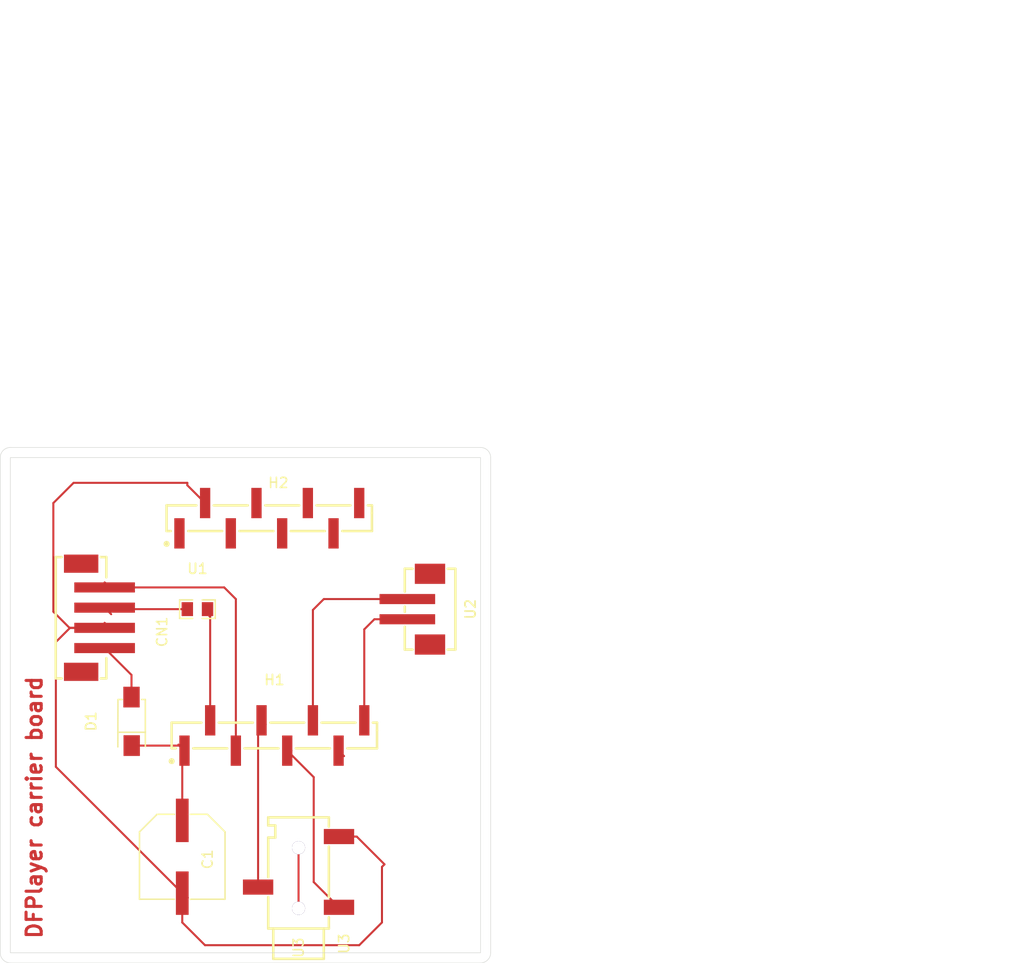
<source format=kicad_pcb>
(kicad_pcb (version 20241229) (generator "pcbnew") (generator_version "9.0")
  (layers (0 "F.Cu" signal) (2 "B.Cu" signal) (13 "F.Paste" user) (15 "B.Paste" user) (5 "F.SilkS" user "F.Silkscreen") (7 "B.SilkS" user "B.Silkscreen") (1 "F.Mask" user) (3 "B.Mask" user) (25 "Edge.Cuts" user))
  (net 0 "")
  (net 1 "_4")
  (net 2 "ADKEY_2")
  (net 3 "_6")
  (net 4 "ADKEY_1")
  (net 5 "_3")
  (net 6 "_5")
  (net 7 "IO_2")
  (net 8 "IO_1")
  (net 9 "BUSY")
  (net 10 "SPK_1")
  (net 11 "power_5v-VCC")
  (net 12 "df_header_left-VCC")
  (net 13 "TX")
  (net 14 "USB_M")
  (net 15 "USB_P")
  (net 16 "net")
  (net 17 "df_header_left-RX")
  (net 18 "footprint-RX")
  (net 19 "GND_1")
  (net 20 "DAC_R")
  (net 21 "DAC_L")
  (net 22 "SPK_2")
  (net 23 "GND")
  (footprint "hanxia_HX_PM2_54_1x8P_TP_H8_5_ZQ:HDR-SMD_8P-P2.54-V-F-LS4.7" (layer "F.Cu") (at 152.61 81)
    (property "Reference" "H2" (at 0.89 -3.5 0) (layer "F.SilkS"))
    (property "Value" "")
    (fp_line (start -10.16 -1.27) (end -7.22 -1.27) (stroke (width 0.25)) (layer "F.SilkS"))
    (fp_line (start -10.16 1.27) (end -10.16 -1.27) (stroke (width 0.25)) (layer "F.SilkS"))
    (fp_line (start -9.75 1.27) (end -10.16 1.27) (stroke (width 0.25)) (layer "F.SilkS"))
    (fp_line (start -5.49 -1.27) (end -2.13 -1.27) (stroke (width 0.25)) (layer "F.SilkS"))
    (fp_line (start -4.67 1.27) (end -8.02 1.27) (stroke (width 0.25)) (layer "F.SilkS"))
    (fp_line (start -0.4 -1.27) (end 2.95 -1.27) (stroke (width 0.25)) (layer "F.SilkS"))
    (fp_line (start 0.4 1.27) (end -2.95 1.27) (stroke (width 0.25)) (layer "F.SilkS"))
    (fp_line (start 4.67 -1.27) (end 8.02 -1.27) (stroke (width 0.25)) (layer "F.SilkS"))
    (fp_line (start 5.49 1.27) (end 2.13 1.27) (stroke (width 0.25)) (layer "F.SilkS"))
    (fp_line (start 7.22 1.27) (end 10.15 1.27) (stroke (width 0.25)) (layer "F.SilkS"))
    (fp_line (start 10.15 -1.27) (end 9.75 -1.27) (stroke (width 0.25)) (layer "F.SilkS"))
    (fp_line (start 10.15 -1.27) (end 10.15 -0.51) (stroke (width 0.25)) (layer "F.SilkS"))
    (fp_line (start 10.15 -0.51) (end 10.15 1.27) (stroke (width 0.25)) (layer "F.SilkS"))
    (fp_circle (center -10.16 2.54) (end -10.01 2.54) (stroke (width 0.3)) (fill no) (layer "F.SilkS"))
    (pad "1" smd rect (at -8.89 1.5 180) (size 1.02 3) (layers "F.Cu" "F.Mask" "F.Paste") (net 8 "IO_1"))
    (pad "2" smd rect (at -6.35 -1.5 180) (size 1.02 3) (layers "F.Cu" "F.Mask" "F.Paste") (net 23 "GND"))
    (pad "3" smd rect (at -3.81 1.5 180) (size 1.02 3) (layers "F.Cu" "F.Mask" "F.Paste") (net 7 "IO_2"))
    (pad "4" smd rect (at -1.27 -1.5 180) (size 1.02 3) (layers "F.Cu" "F.Mask" "F.Paste") (net 4 "ADKEY_1"))
    (pad "5" smd rect (at 1.27 1.5 180) (size 1.02 3) (layers "F.Cu" "F.Mask" "F.Paste") (net 2 "ADKEY_2"))
    (pad "6" smd rect (at 3.81 -1.5 180) (size 1.02 3) (layers "F.Cu" "F.Mask" "F.Paste") (net 15 "USB_P"))
    (pad "7" smd rect (at 6.35 1.5 180) (size 1.02 3) (layers "F.Cu" "F.Mask" "F.Paste") (net 14 "USB_M"))
    (pad "8" smd rect (at 8.89 -1.5 180) (size 1.02 3) (layers "F.Cu" "F.Mask" "F.Paste") (net 9 "BUSY"))
  )
  (footprint "JST_Sales_America_B4B_PH_SM4_TB_LF__SN:CONN-SMD_B4B-PH-SM4-TB-LF-SN" (layer "F.Cu") (at 135.16 90.85 -90)
    (property "Reference" "CN1" (at 1.4 -6.84 90) (layer "F.SilkS"))
    (property "Value" "")
    (fp_line (start -6 3.67) (end -6 3.09) (stroke (width 0.25)) (layer "F.SilkS"))
    (fp_line (start 6 3.67) (end -6 3.67) (stroke (width 0.25)) (layer "F.SilkS"))
    (fp_line (start 6 3.09) (end 6 3.67) (stroke (width 0.25)) (layer "F.SilkS"))
    (fp_line (start -6 -1.33) (end -6 -0.77) (stroke (width 0.25)) (layer "F.SilkS"))
    (fp_line (start -6 -1.33) (end -4 -1.33) (stroke (width 0.25)) (layer "F.SilkS"))
    (fp_line (start 4 -1.33) (end 6 -1.33) (stroke (width 0.25)) (layer "F.SilkS"))
    (fp_line (start 6 -1.33) (end 6 -0.77) (stroke (width 0.25)) (layer "F.SilkS"))
    (pad "1" smd rect (at 3 -1.16 90) (size 1 6) (layers "F.Cu" "F.Mask" "F.Paste") (net 11 "power_5v-VCC"))
    (pad "2" smd rect (at 1 -1.16 90) (size 1 6) (layers "F.Cu" "F.Mask" "F.Paste") (net 23 "GND"))
    (pad "3" smd rect (at -1 -1.16 90) (size 1 6) (layers "F.Cu" "F.Mask" "F.Paste") (net 18 "footprint-RX"))
    (pad "4" smd rect (at -3 -1.16 90) (size 1 6) (layers "F.Cu" "F.Mask" "F.Paste") (net 13 "TX"))
    (pad "5" smd rect (at -5.35 1.16 270) (size 1.8 3.4) (layers "F.Cu" "F.Mask" "F.Paste") (net 6 "_5"))
    (pad "6" smd rect (at 5.35 1.16 270) (size 1.8 3.4) (layers "F.Cu" "F.Mask" "F.Paste") (net 3 "_6"))
  )
  (footprint "hongjiacheng_M1:SMA_L4.3-W2.6-LS5.0-RD" (layer "F.Cu") (at 138.99 101.1 90)
    (property "Reference" "D1" (at 0 -4.01 90) (layer "F.SilkS"))
    (property "Value" "")
    (fp_line (start -1.08 -1.36) (end -1.08 1.36) (stroke (width 0.15)) (layer "F.SilkS"))
    (fp_line (start -2.53 -1.36) (end 2.16 -1.35) (stroke (width 0.15)) (layer "F.SilkS"))
    (fp_line (start 2.16 -1.27) (end 2.16 -0.92) (stroke (width 0.15)) (layer "F.SilkS"))
    (fp_line (start 2.16 1.36) (end 2.16 1.01) (stroke (width 0.15)) (layer "F.SilkS"))
    (fp_line (start -2.5 1.36) (end 2.16 1.36) (stroke (width 0.15)) (layer "F.SilkS"))
    (fp_text user "${REFERENCE}" (at 0 -4.01 90) (layer "F.SilkS"))
    (pad "1" smd rect (at -2.4 0.01 90) (size 2.05 1.62) (layers "F.Cu" "F.Mask" "F.Paste") (net 12 "df_header_left-VCC"))
    (pad "2" smd rect (at 2.4 -0.01 270) (size 2.05 1.62) (layers "F.Cu" "F.Mask" "F.Paste") (net 11 "power_5v-VCC"))
  )
  (footprint "UNI_ROYAL_0805W8F1001T5E:R0805" (layer "F.Cu") (at 145.5 90)
    (property "Reference" "U1" (at 0 -4 0) (layer "F.SilkS"))
    (property "Value" "1kΩ ±1% 125mW")
    (fp_line (start -1.76 -0.92) (end -0.48 -0.92) (stroke (width 0.15)) (layer "F.SilkS"))
    (fp_line (start -1.76 0.92) (end -1.76 -0.92) (stroke (width 0.15)) (layer "F.SilkS"))
    (fp_line (start -0.48 0.92) (end -1.76 0.92) (stroke (width 0.15)) (layer "F.SilkS"))
    (fp_line (start 0.48 0.92) (end 1.76 0.92) (stroke (width 0.15)) (layer "F.SilkS"))
    (fp_line (start 1.76 -0.92) (end 0.48 -0.92) (stroke (width 0.15)) (layer "F.SilkS"))
    (fp_line (start 1.76 0.92) (end 1.76 -0.92) (stroke (width 0.15)) (layer "F.SilkS"))
    (fp_text user "${REFERENCE}" (at 0 -4 0) (layer "F.SilkS"))
    (pad "1" smd rect (at -1 0) (size 1.13 1.38) (layers "F.Cu" "F.Mask" "F.Paste") (net 18 "footprint-RX"))
    (pad "2" smd rect (at 1 0) (size 1.13 1.38) (layers "F.Cu" "F.Mask" "F.Paste") (net 17 "df_header_left-RX"))
  )
  (footprint "hanxia_HX_PM2_54_1x8P_TP_H8_5_ZQ:HDR-SMD_8P-P2.54-V-F-LS4.7" (layer "F.Cu") (at 153.11 102.5)
    (property "Reference" "H1" (at 0 -5.5 0) (layer "F.SilkS"))
    (property "Value" "")
    (fp_line (start -10.16 -1.27) (end -7.22 -1.27) (stroke (width 0.25)) (layer "F.SilkS"))
    (fp_line (start -10.16 1.27) (end -10.16 -1.27) (stroke (width 0.25)) (layer "F.SilkS"))
    (fp_line (start -9.75 1.27) (end -10.16 1.27) (stroke (width 0.25)) (layer "F.SilkS"))
    (fp_line (start -5.49 -1.27) (end -2.13 -1.27) (stroke (width 0.25)) (layer "F.SilkS"))
    (fp_line (start -4.67 1.27) (end -8.02 1.27) (stroke (width 0.25)) (layer "F.SilkS"))
    (fp_line (start -0.4 -1.27) (end 2.95 -1.27) (stroke (width 0.25)) (layer "F.SilkS"))
    (fp_line (start 0.4 1.27) (end -2.95 1.27) (stroke (width 0.25)) (layer "F.SilkS"))
    (fp_line (start 4.67 -1.27) (end 8.02 -1.27) (stroke (width 0.25)) (layer "F.SilkS"))
    (fp_line (start 5.49 1.27) (end 2.13 1.27) (stroke (width 0.25)) (layer "F.SilkS"))
    (fp_line (start 7.22 1.27) (end 10.15 1.27) (stroke (width 0.25)) (layer "F.SilkS"))
    (fp_line (start 10.15 -1.27) (end 9.75 -1.27) (stroke (width 0.25)) (layer "F.SilkS"))
    (fp_line (start 10.15 -1.27) (end 10.15 -0.51) (stroke (width 0.25)) (layer "F.SilkS"))
    (fp_line (start 10.15 -0.51) (end 10.15 1.27) (stroke (width 0.25)) (layer "F.SilkS"))
    (fp_circle (center -10.16 2.54) (end -10.01 2.54) (stroke (width 0.3)) (fill no) (layer "F.SilkS"))
    (fp_text user "${REFERENCE}" (at 0 -5.5 0) (layer "F.SilkS"))
    (pad "1" smd rect (at -8.89 1.5 180) (size 1.02 3) (layers "F.Cu" "F.Mask" "F.Paste") (net 12 "df_header_left-VCC"))
    (pad "2" smd rect (at -6.35 -1.5 180) (size 1.02 3) (layers "F.Cu" "F.Mask" "F.Paste") (net 17 "df_header_left-RX"))
    (pad "3" smd rect (at -3.81 1.5 180) (size 1.02 3) (layers "F.Cu" "F.Mask" "F.Paste") (net 13 "TX"))
    (pad "4" smd rect (at -1.27 -1.5 180) (size 1.02 3) (layers "F.Cu" "F.Mask" "F.Paste") (net 20 "DAC_R"))
    (pad "5" smd rect (at 1.27 1.5 180) (size 1.02 3) (layers "F.Cu" "F.Mask" "F.Paste") (net 21 "DAC_L"))
    (pad "6" smd rect (at 3.81 -1.5 180) (size 1.02 3) (layers "F.Cu" "F.Mask" "F.Paste") (net 10 "SPK_1"))
    (pad "7" smd rect (at 6.35 1.5 180) (size 1.02 3) (layers "F.Cu" "F.Mask" "F.Paste") (net 19 "GND_1"))
    (pad "8" smd rect (at 8.89 -1.5 180) (size 1.02 3) (layers "F.Cu" "F.Mask" "F.Paste") (net 22 "SPK_2"))
  )
  (footprint "JST_Sales_America_B2B_PH_SM4_TBT_LF__SN:CONN-SMD_B2B-PH-SM4-TBT-LF-SN" (layer "F.Cu") (at 167.38 90 -90)
    (property "Reference" "U2" (at 0 -5.12 90) (layer "F.SilkS"))
    (property "Value" "")
    (fp_line (start -4 1.37) (end -1.73 1.37) (stroke (width 0.25)) (layer "F.SilkS"))
    (fp_line (start -0.27 1.37) (end 0.27 1.37) (stroke (width 0.25)) (layer "F.SilkS"))
    (fp_line (start 1.73 1.37) (end 4 1.37) (stroke (width 0.25)) (layer "F.SilkS"))
    (fp_line (start 4 1.37) (end 4 0.6) (stroke (width 0.25)) (layer "F.SilkS"))
    (fp_line (start -4 0.6) (end -4 1.37) (stroke (width 0.25)) (layer "F.SilkS"))
    (fp_line (start 4 -2.86) (end 4 -3.63) (stroke (width 0.25)) (layer "F.SilkS"))
    (fp_line (start -4 -3.63) (end -4 -2.86) (stroke (width 0.25)) (layer "F.SilkS"))
    (fp_line (start -4 -3.63) (end 4 -3.63) (stroke (width 0.25)) (layer "F.SilkS"))
    (fp_text user "${REFERENCE}" (at 0 -5.12 90) (layer "F.SilkS"))
    (pad "1" smd rect (at -1 1.12 270) (size 1 5.5) (layers "F.Cu" "F.Mask" "F.Paste") (net 10 "SPK_1"))
    (pad "2" smd rect (at 1 1.12 270) (size 1 5.5) (layers "F.Cu" "F.Mask" "F.Paste") (net 22 "SPK_2"))
    (pad "3" smd rect (at 3.5 -1.12 270) (size 2 3) (layers "F.Cu" "F.Mask" "F.Paste") (net 5 "_3"))
    (pad "4" smd rect (at -3.5 -1.12 270) (size 2 3) (layers "F.Cu" "F.Mask" "F.Paste") (net 1 "_4"))
  )
  (footprint "PANASONIC_EEEFK1A471AP:CAP-SMD_BD8.0-L8.3-W8.3-LS9.9-FD" (layer "F.Cu") (at 144 114.5 -90)
    (property "Reference" "C1" (hide yes))
    (property "Value" "")
    (fp_line (start -2.46 4.23) (end -4.2 2.49) (stroke (width 0.15)) (layer "F.SilkS"))
    (fp_line (start 4.2 4.23) (end -2.46 4.23) (stroke (width 0.15)) (layer "F.SilkS"))
    (fp_line (start -4.2 2.49) (end -4.2 0.78) (stroke (width 0.15)) (layer "F.SilkS"))
    (fp_line (start 4.2 0.78) (end 4.2 4.23) (stroke (width 0.15)) (layer "F.SilkS"))
    (fp_line (start 4.2 -0.78) (end 4.2 -4.23) (stroke (width 0.15)) (layer "F.SilkS"))
    (fp_line (start -4.2 -2.49) (end -4.2 -0.78) (stroke (width 0.15)) (layer "F.SilkS"))
    (fp_line (start -2.46 -4.23) (end -4.2 -2.49) (stroke (width 0.15)) (layer "F.SilkS"))
    (fp_line (start 4.2 -4.23) (end -2.46 -4.23) (stroke (width 0.15)) (layer "F.SilkS"))
    (fp_text user "${REFERENCE}" (at 0.25 -2.5 90) (layer "F.SilkS"))
    (pad "1" smd rect (at -3.6 0 270) (size 4.3 1.26) (layers "F.Cu" "F.Mask" "F.Paste") (net 12 "df_header_left-VCC"))
    (pad "2" smd rect (at 3.6 0 270) (size 4.3 1.26) (layers "F.Cu" "F.Mask" "F.Paste") (net 23 "GND"))
  )
  (footprint "SOFNG_PJ_320B:AUDIO-SMD_PJ-320B" (layer "F.Cu") (at 155.5 116 180)
    (property "Reference" "U3" (at 0 -7.5 90) (layer "F.SilkS"))
    (property "Value" "")
    (fp_line (start 3 5.4) (end -3 5.4) (stroke (width 0.25)) (layer "F.SilkS"))
    (fp_line (start 3 4.6) (end 3 5.4) (stroke (width 0.25)) (layer "F.SilkS"))
    (fp_line (start 3 3.4) (end 2.3 3.4) (stroke (width 0.25)) (layer "F.SilkS"))
    (fp_line (start 3 -0.52) (end 3 3.4) (stroke (width 0.25)) (layer "F.SilkS"))
    (fp_line (start 3 -5.6) (end 3 -2.48) (stroke (width 0.25)) (layer "F.SilkS"))
    (fp_line (start 2.5 -5.6) (end 2.5 -8.6) (stroke (width 0.25)) (layer "F.SilkS"))
    (fp_line (start 2.3 4.6) (end 3 4.6) (stroke (width 0.25)) (layer "F.SilkS"))
    (fp_line (start 2.3 3.4) (end 2.3 4.6) (stroke (width 0.25)) (layer "F.SilkS"))
    (fp_line (start -2.5 -5.6) (end -2.5 -8.6) (stroke (width 0.25)) (layer "F.SilkS"))
    (fp_line (start -2.5 -8.6) (end 2.5 -8.6) (stroke (width 0.25)) (layer "F.SilkS"))
    (fp_line (start -3 4.48) (end -3 5.4) (stroke (width 0.25)) (layer "F.SilkS"))
    (fp_line (start -3 -2.52) (end -3 2.52) (stroke (width 0.25)) (layer "F.SilkS"))
    (fp_line (start -3 -5.6) (end 3 -5.6) (stroke (width 0.25)) (layer "F.SilkS"))
    (fp_line (start -3 -5.6) (end -3 -4.48) (stroke (width 0.25)) (layer "F.SilkS"))
    (fp_text user "${REFERENCE}" (at -4.5 -7.1 90) (layer "F.SilkS"))
    (pad "" thru_hole circle (at 0 -3.6 180) (size 1.3 1.3) (drill 1.3) (layers "*.Cu" "*.Mask") (net 16 "net"))
    (pad "" thru_hole circle (at 0 2.4 180) (size 1.3 1.3) (drill 1.3) (layers "*.Cu" "*.Mask") (net 16 "net"))
    (pad "1" smd rect (at -4 -3.5 180) (size 3 1.5) (layers "F.Cu" "F.Mask" "F.Paste") (net 21 "DAC_L"))
    (pad "2" smd rect (at 4 -1.5 180) (size 3 1.5) (layers "F.Cu" "F.Mask" "F.Paste") (net 20 "DAC_R"))
    (pad "3" smd rect (at -4 3.5 180) (size 3 1.5) (layers "F.Cu" "F.Mask" "F.Paste") (net 23 "GND"))
  )
  (gr_line (start 126 124) (end 126 75) (stroke (width 0.05)) (layer "Edge.Cuts"))
  (gr_rect (start 127 75) (end 173.5 124) (stroke (width 0.05)) (fill no) (layer "Edge.Cuts"))
  (gr_line (start 173.5 125) (end 127 125) (stroke (width 0.05)) (layer "Edge.Cuts"))
  (gr_arc (start 127 125) (mid 126.292893 124.707107) (end 126 124) (stroke (width 0.05)) (layer "Edge.Cuts"))
  (gr_arc (start 126 75) (mid 126.292893 74.292893) (end 127 74) (stroke (width 0.05)) (layer "Edge.Cuts"))
  (gr_arc (start 174.5 124) (mid 174.207107 124.707107) (end 173.5 125) (stroke (width 0.05)) (layer "Edge.Cuts"))
  (gr_line (start 174.5 75) (end 174.5 124) (stroke (width 0.05)) (layer "Edge.Cuts"))
  (gr_line (start 127 74) (end 173.5 74) (stroke (width 0.05)) (layer "Edge.Cuts"))
  (gr_arc (start 173.5 74) (mid 174.207107 74.292893) (end 174.5 75) (stroke (width 0.05)) (layer "Edge.Cuts"))
  (gr_text "DFPlayer carrier board" (at 130.25 122.75 90) (layer "F.Cu") (effects (font (size 1.5 1.5) (thickness 0.3) (bold yes)) (justify left bottom)))
  (segment (start 156.92 90.08) (end 158 89) (width 0.2) (layer "F.Cu") (net 10))
  (segment (start 156.92 101) (end 156.92 90.08) (width 0.2) (layer "F.Cu") (net 10))
  (segment (start 158 89) (end 166.26 89) (width 0.2) (layer "F.Cu") (net 10))
  (segment (start 138.98 96.51) (end 136.32 93.85) (width 0.2) (layer "F.Cu") (net 11))
  (segment (start 138.98 98.7) (end 138.98 96.51) (width 0.2) (layer "F.Cu") (net 11))
  (segment (start 143.72 103.5) (end 144.22 104) (width 0.2) (layer "F.Cu") (net 12))
  (segment (start 144 104.22) (end 144.22 104) (width 0.2) (layer "F.Cu") (net 12))
  (segment (start 144 110.9) (end 144 104.22) (width 0.2) (layer "F.Cu") (net 12))
  (segment (start 139 103.5) (end 143.72 103.5) (width 0.2) (layer "F.Cu") (net 12))
  (segment (start 144.6 104.38) (end 144.22 104) (width 0.2) (layer "F.Cu") (net 12))
  (segment (start 143.62 103.4) (end 144.22 104) (width 0.2) (layer "F.Cu") (net 12))
  (segment (start 136.97 88) (end 136.32 87.35) (width 0.2) (layer "F.Cu") (net 13))
  (segment (start 149.3 104) (end 149.3 89) (width 0.2) (layer "F.Cu") (net 13))
  (segment (start 148.15 87.85) (end 136.32 87.85) (width 0.2) (layer "F.Cu") (net 13))
  (segment (start 149.3 89) (end 148.15 87.85) (width 0.2) (layer "F.Cu") (net 13))
  (segment (start 155.5 113.6) (end 155.5 119.6) (width 0.2) (layer "F.Cu") (net 16))
  (segment (start 146.76 90.26) (end 146.5 90) (width 0.2) (layer "F.Cu") (net 17))
  (segment (start 146.86 100.9) (end 146.76 101) (width 0.2) (layer "F.Cu") (net 17))
  (segment (start 146.76 101) (end 146.76 90.26) (width 0.2) (layer "F.Cu") (net 17))
  (segment (start 146.5 90) (end 146.5 90.5) (width 0.2) (layer "F.Cu") (net 17))
  (segment (start 146.5 90.5) (end 146.76 90.76) (width 0.2) (layer "F.Cu") (net 17))
  (segment (start 144.5 90) (end 136.47 90) (width 0.2) (layer "F.Cu") (net 18))
  (segment (start 136.97 90.5) (end 136.32 89.85) (width 0.2) (layer "F.Cu") (net 18))
  (segment (start 136.47 90) (end 136.32 89.85) (width 0.2) (layer "F.Cu") (net 18))
  (segment (start 160 104.54) (end 159.74355 104.28355) (width 0.2) (layer "F.Cu") (net 19))
  (segment (start 159.5 104.04) (end 159.46 104) (width 0.2) (layer "F.Cu") (net 19))
  (segment (start 152 101.16) (end 151.84 101) (width 0.2) (layer "F.Cu") (net 20))
  (segment (start 151.5 101.34) (end 151.84 101) (width 0.2) (layer "F.Cu") (net 20))
  (segment (start 152.25 101.41) (end 151.84 101) (width 0.2) (layer "F.Cu") (net 20))
  (segment (start 151.5 117.5) (end 151.5 101.34) (width 0.2) (layer "F.Cu") (net 20))
  (segment (start 159.5 119.5) (end 157 117) (width 0.2) (layer "F.Cu") (net 21))
  (segment (start 157 106.62) (end 154.38 104) (width 0.2) (layer "F.Cu") (net 21))
  (segment (start 157 117) (end 157 106.62) (width 0.2) (layer "F.Cu") (net 21))
  (segment (start 154.38 104) (end 154.802 104) (width 0.2) (layer "F.Cu") (net 21))
  (segment (start 162 101) (end 162 92) (width 0.2) (layer "F.Cu") (net 22))
  (segment (start 162 92) (end 163 91) (width 0.2) (layer "F.Cu") (net 22))
  (segment (start 163 91) (end 166.26 91) (width 0.2) (layer "F.Cu") (net 22))
  (segment (start 163.75 121) (end 163.75 115.5) (width 0.2) (layer "F.Cu") (net 23))
  (segment (start 144 118.1) (end 144 121) (width 0.2) (layer "F.Cu") (net 23))
  (segment (start 146.26 79.5) (end 146.25 79.5) (width 0.2) (layer "F.Cu") (net 23))
  (segment (start 132.85 91.85) (end 136.32 91.85) (width 0.2) (layer "F.Cu") (net 23))
  (segment (start 144.5 77.74) (end 144.5 77.5) (width 0.2) (layer "F.Cu") (net 23))
  (segment (start 164 115.25) (end 161.25 112.5) (width 0.2) (layer "F.Cu") (net 23))
  (segment (start 144 118) (end 144.551 118.551) (width 0.2) (layer "F.Cu") (net 23))
  (segment (start 144 118.1) (end 131.5 105.6) (width 0.2) (layer "F.Cu") (net 23))
  (segment (start 146.26 79.5) (end 144.5 77.74) (width 0.2) (layer "F.Cu") (net 23))
  (segment (start 133.25 77.5) (end 131.25 79.5) (width 0.2) (layer "F.Cu") (net 23))
  (segment (start 161.25 112.5) (end 159.901 112.5) (width 0.2) (layer "F.Cu") (net 23))
  (segment (start 132.9 91.85) (end 136.32 91.85) (width 0.2) (layer "F.Cu") (net 23))
  (segment (start 146.25 123.25) (end 161.5 123.25) (width 0.2) (layer "F.Cu") (net 23))
  (segment (start 131.5 105.6) (end 131.5 93.25) (width 0.2) (layer "F.Cu") (net 23))
  (segment (start 144 121) (end 146.25 123.25) (width 0.2) (layer "F.Cu") (net 23))
  (segment (start 144.5 77.5) (end 133.25 77.5) (width 0.2) (layer "F.Cu") (net 23))
  (segment (start 131.25 79.5) (end 131.25 90.25) (width 0.2) (layer "F.Cu") (net 23))
  (segment (start 144 118.1) (end 144 118) (width 0.2) (layer "F.Cu") (net 23))
  (segment (start 136.49 91.52) (end 136.32 91.35) (width 0.2) (layer "F.Cu") (net 23))
  (segment (start 131.5 93.25) (end 132.9 91.85) (width 0.2) (layer "F.Cu") (net 23))
  (segment (start 131.25 90.25) (end 132.85 91.85) (width 0.2) (layer "F.Cu") (net 23))
  (segment (start 161.5 123.25) (end 163.75 121) (width 0.2) (layer "F.Cu") (net 23))
  (segment (start 163.75 115.5) (end 164 115.25) (width 0.2) (layer "F.Cu") (net 23))
)
</source>
